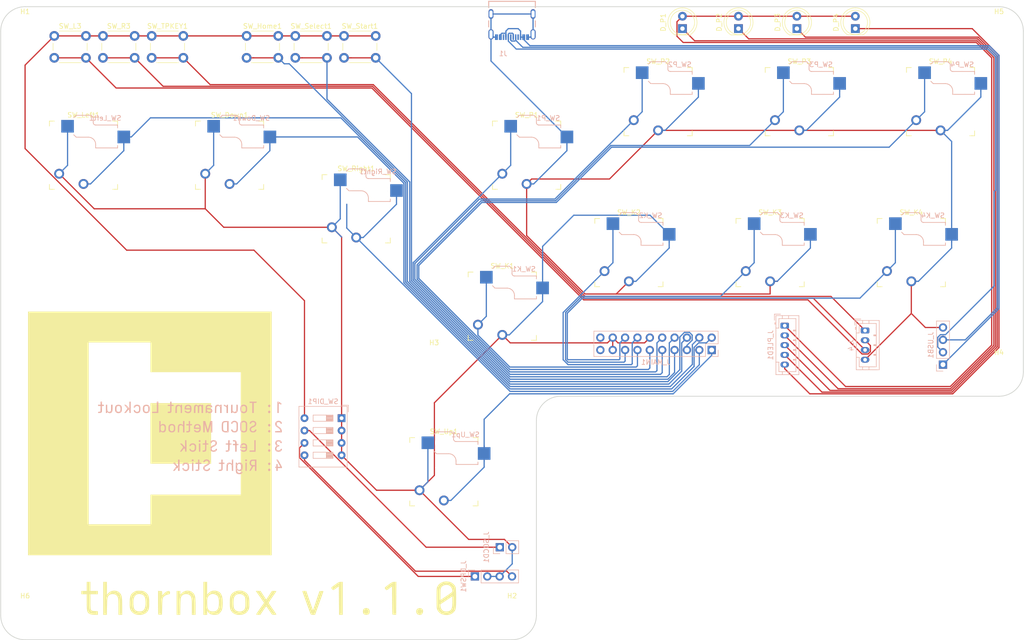
<source format=kicad_pcb>
(kicad_pcb (version 20171130) (host pcbnew 5.1.9+dfsg1-1)
  (layers (0 F.Cu signal) (31 B.Cu signal) (34 B.Paste user) (35 F.Paste user) (36 B.SilkS user) (37 F.SilkS user) (38 B.Mask user) (39 F.Mask user) (44 Edge.Cuts user))
  (net 0 "")
  (net 1 Earth)
  (net 2 "Net-(J_4-Pad2)")
  (net 3 "Net-(J_4-Pad3)")
  (net 4 "Net-(J_4-Pad1)")
  (net 5 "Net-(J1-PadB8)")
  (net 6 "Net-(J1-PadA4_B9)")
  (net 7 "Net-(J1-PadA7)")
  (net 8 "Net-(J1-PadA8)")
  (net 9 "Net-(J1-PadA6)")
  (net 10 "Net-(D_P1-Pad2)")
  (net 11 "Net-(D_P1-Pad1)")
  (net 12 "Net-(D_P2-Pad1)")
  (net 13 "Net-(D_P3-Pad1)")
  (net 14 "Net-(D_P4-Pad1)")
  (net 15 "Net-(J_DPSW1-Pad4)")
  (net 16 "Net-(J_DPSW1-Pad1)")
  (net 17 "Net-(J_MAIN1-Pad1)")
  (net 18 "Net-(J_MAIN1-Pad2)")
  (net 19 "Net-(J_MAIN1-Pad3)")
  (net 20 "Net-(J_MAIN1-Pad4)")
  (net 21 "Net-(J_MAIN1-Pad5)")
  (net 22 "Net-(J_MAIN1-Pad6)")
  (net 23 "Net-(J_MAIN1-Pad7)")
  (net 24 "Net-(J_MAIN1-Pad8)")
  (net 25 "Net-(J_MAIN1-Pad9)")
  (net 26 "Net-(J_MAIN1-Pad10)")
  (net 27 "Net-(J_MAIN1-Pad11)")
  (net 28 "Net-(J_MAIN1-Pad13)")
  (net 29 "Net-(J_MAIN1-Pad14)")
  (net 30 "Net-(J_MAIN1-Pad15)")
  (net 31 "Net-(J_MAIN1-Pad16)")
  (net 32 "Net-(J_MAIN1-Pad19)")
  (net 33 "Net-(J_MAIN1-Pad20)")
  (net 34 "Net-(J_SOCD1-Pad1)")
  (net 35 "Net-(SW_DIP1-Pad8)")
  (module phi:version (layer F.Cu) (at 103 148.5)
    (fp_text reference version1 hide)
    (fp_text value MountingHole hide)
  )
  (module phi:diplabel (layer B.Cu) (at 86.75 115.6 180)
    (fp_text reference DIPtext1 hide)
    (fp_text value MountingHole hide)
  )
  (module Button_Switch_THT:SW_DIP_SPSTx04_Slide_9.78x12.34mm_W7.62mm_P2.54mm (layer B.Cu) (at 118 111.5 180)
    (fp_text reference SW_DIP1 (at 3.81 3.42) (layer B.SilkS) (effects (justify mirror)))
    (fp_text value SW_DIP_x04)
    (pad 8 thru_hole oval (at 7.62 0 180) (size 1.6 1.6) (drill 0.8) (layers *.Cu *.Mask) (net 35 "Net-(SW_DIP1-Pad8)"))
    (pad 4 thru_hole oval (at 0 -7.62 180) (size 1.6 1.6) (drill 0.8) (layers *.Cu *.Mask) (net 1 Earth))
    (pad 7 thru_hole oval (at 7.62 -2.54 180) (size 1.6 1.6) (drill 0.8) (layers *.Cu *.Mask) (net 34 "Net-(J_SOCD1-Pad1)"))
    (pad 3 thru_hole oval (at 0 -5.08 180) (size 1.6 1.6) (drill 0.8) (layers *.Cu *.Mask) (net 1 Earth))
    (pad 6 thru_hole oval (at 7.62 -5.08 180) (size 1.6 1.6) (drill 0.8) (layers *.Cu *.Mask) (net 16 "Net-(J_DPSW1-Pad1)"))
    (pad 2 thru_hole oval (at 0 -2.54 180) (size 1.6 1.6) (drill 0.8) (layers *.Cu *.Mask) (net 1 Earth))
    (pad 5 thru_hole oval (at 7.62 -7.62 180) (size 1.6 1.6) (drill 0.8) (layers *.Cu *.Mask) (net 15 "Net-(J_DPSW1-Pad4)"))
    (pad 1 thru_hole rect (at 0 0 180) (size 1.6 1.6) (drill 0.8) (layers *.Cu *.Mask) (net 1 Earth))
  )
  (module Connector_PinSocket_2.54mm:PinSocket_1x02_P2.54mm_Vertical (layer B.Cu) (at 150.5 138 270)
    (fp_text reference J_SOCD1 (at 0 2.77 90) (layer B.SilkS) (effects (justify mirror)))
    (fp_text value Conn_01x02)
    (pad 2 thru_hole oval (at 0 -2.54 270) (size 1.7 1.7) (drill 1) (layers *.Cu *.Mask) (net 1 Earth))
    (pad 1 thru_hole rect (at 0 0 270) (size 1.7 1.7) (drill 1) (layers *.Cu *.Mask) (net 34 "Net-(J_SOCD1-Pad1)"))
  )
  (module Connector_JST:JST_PH_B5B-PH-K_1x05_P2.00mm_Vertical (layer B.Cu) (at 209 92.5 270)
    (fp_text reference J_PLED1 (at 4 2.9 90) (layer B.SilkS) (effects (justify mirror)))
    (fp_text value Conn_01x05)
    (pad 5 thru_hole oval (at 8 0 270) (size 1.2 1.75) (drill 0.75) (layers *.Cu *.Mask) (net 14 "Net-(D_P4-Pad1)"))
    (pad 4 thru_hole oval (at 6 0 270) (size 1.2 1.75) (drill 0.75) (layers *.Cu *.Mask) (net 13 "Net-(D_P3-Pad1)"))
    (pad 3 thru_hole oval (at 4 0 270) (size 1.2 1.75) (drill 0.75) (layers *.Cu *.Mask) (net 12 "Net-(D_P2-Pad1)"))
    (pad 2 thru_hole oval (at 2 0 270) (size 1.2 1.75) (drill 0.75) (layers *.Cu *.Mask) (net 11 "Net-(D_P1-Pad1)"))
    (pad 1 thru_hole roundrect (at 0 0 270) (size 1.2 1.75) (drill 0.75) (layers *.Cu *.Mask) (roundrect_rratio 0.2083325) (net 10 "Net-(D_P1-Pad2)"))
  )
  (module Connector_PinHeader_2.54mm:PinHeader_1x04_P2.54mm_Vertical (layer B.Cu) (at 145.38 144 270)
    (fp_text reference J_DPSW1 (at 0 2.33 90) (layer B.SilkS) (effects (justify mirror)))
    (fp_text value Conn_01x04)
    (pad 4 thru_hole oval (at 0 -7.62 270) (size 1.7 1.7) (drill 1) (layers *.Cu *.Mask) (net 15 "Net-(J_DPSW1-Pad4)"))
    (pad 3 thru_hole oval (at 0 -5.08 270) (size 1.7 1.7) (drill 1) (layers *.Cu *.Mask) (net 1 Earth))
    (pad 2 thru_hole oval (at 0 -2.54 270) (size 1.7 1.7) (drill 1) (layers *.Cu *.Mask) (net 1 Earth))
    (pad 1 thru_hole rect (at 0 0 270) (size 1.7 1.7) (drill 1) (layers *.Cu *.Mask) (net 16 "Net-(J_DPSW1-Pad1)"))
  )
  (module LED_THT:LED_D5.0mm (layer F.Cu) (at 223.5 31.5 90)
    (fp_text reference D_P4 (at 1.27 -3.96 90) (layer F.SilkS))
    (fp_text value LED)
    (pad 2 thru_hole circle (at 2.54 0 90) (size 1.8 1.8) (drill 0.9) (layers *.Cu *.Mask) (net 10 "Net-(D_P1-Pad2)"))
    (pad 1 thru_hole rect (at 0 0 90) (size 1.8 1.8) (drill 0.9) (layers *.Cu *.Mask) (net 14 "Net-(D_P4-Pad1)"))
  )
  (module LED_THT:LED_D5.0mm (layer F.Cu) (at 211.5 31.5 90)
    (fp_text reference D_P3 (at 1.27 -3.96 90) (layer F.SilkS))
    (fp_text value LED)
    (pad 2 thru_hole circle (at 2.54 0 90) (size 1.8 1.8) (drill 0.9) (layers *.Cu *.Mask) (net 10 "Net-(D_P1-Pad2)"))
    (pad 1 thru_hole rect (at 0 0 90) (size 1.8 1.8) (drill 0.9) (layers *.Cu *.Mask) (net 13 "Net-(D_P3-Pad1)"))
  )
  (module LED_THT:LED_D5.0mm (layer F.Cu) (at 199.5 31.5 90)
    (fp_text reference D_P2 (at 1.27 -3.96 90) (layer F.SilkS))
    (fp_text value LED)
    (pad 2 thru_hole circle (at 2.54 0 90) (size 1.8 1.8) (drill 0.9) (layers *.Cu *.Mask) (net 10 "Net-(D_P1-Pad2)"))
    (pad 1 thru_hole rect (at 0 0 90) (size 1.8 1.8) (drill 0.9) (layers *.Cu *.Mask) (net 12 "Net-(D_P2-Pad1)"))
  )
  (module LED_THT:LED_D5.0mm (layer F.Cu) (at 188 31.5 90)
    (fp_text reference D_P1 (at 1.27 -3.96 90) (layer F.SilkS))
    (fp_text value LED)
    (pad 2 thru_hole circle (at 2.54 0 90) (size 1.8 1.8) (drill 0.9) (layers *.Cu *.Mask) (net 10 "Net-(D_P1-Pad2)"))
    (pad 1 thru_hole rect (at 0 0 90) (size 1.8 1.8) (drill 0.9) (layers *.Cu *.Mask) (net 11 "Net-(D_P1-Pad1)"))
  )
  (module incoming:GCT_USB4105-GF-A (layer B.Cu) (at 153 28.5)
    (fp_text reference J1 (at -1.825 8.135) (layer B.SilkS) (effects (justify mirror)))
    (fp_text value USB4105-GF-A)
    (pad B8 smd rect (at -1.75 4.755) (size 0.3 1.15) (layers B.Cu B.Paste B.Mask) (net 5 "Net-(J1-PadB8)"))
    (pad A5 smd rect (at -1.25 4.755) (size 0.3 1.15) (layers B.Cu B.Paste B.Mask) (net 6 "Net-(J1-PadA4_B9)"))
    (pad B7 smd rect (at -0.75 4.755) (size 0.3 1.15) (layers B.Cu B.Paste B.Mask) (net 7 "Net-(J1-PadA7)"))
    (pad B5 smd rect (at 1.75 4.755) (size 0.3 1.15) (layers B.Cu B.Paste B.Mask) (net 6 "Net-(J1-PadA4_B9)"))
    (pad A8 smd rect (at 1.25 4.755) (size 0.3 1.15) (layers B.Cu B.Paste B.Mask) (net 8 "Net-(J1-PadA8)"))
    (pad B6 smd rect (at 0.75 4.755) (size 0.3 1.15) (layers B.Cu B.Paste B.Mask) (net 9 "Net-(J1-PadA6)"))
    (pad A6 smd rect (at -0.25 4.755) (size 0.3 1.15) (layers B.Cu B.Paste B.Mask) (net 9 "Net-(J1-PadA6)"))
    (pad A7 smd rect (at 0.25 4.755) (size 0.3 1.15) (layers B.Cu B.Paste B.Mask) (net 7 "Net-(J1-PadA7)"))
    (pad B4_A9 smd rect (at 2.4 4.755) (size 0.6 1.15) (layers B.Cu B.Paste B.Mask) (net 6 "Net-(J1-PadA4_B9)"))
    (pad A4_B9 smd rect (at -2.4 4.755) (size 0.6 1.15) (layers B.Cu B.Paste B.Mask) (net 6 "Net-(J1-PadA4_B9)"))
    (pad B1_A12 smd rect (at 3.2 4.755) (size 0.6 1.15) (layers B.Cu B.Paste B.Mask) (net 1 Earth))
    (pad A1_B12 smd rect (at -3.2 4.755) (size 0.6 1.15) (layers B.Cu B.Paste B.Mask) (net 1 Earth))
    (pad None np_thru_hole circle (at -2.89 3.68) (size 0.65 0.65) (drill 0.65) (layers *.Cu *.Mask))
    (pad None np_thru_hole circle (at 2.89 3.68) (size 0.65 0.65) (drill 0.65) (layers *.Cu *.Mask))
    (pad S4 thru_hole oval (at 4.32 4.18) (size 1.05 2.1) (drill oval 0.6 1.7) (layers *.Cu *.Mask) (net 1 Earth))
    (pad S1 thru_hole oval (at -4.32 4.18) (size 1.05 2.1) (drill oval 0.6 1.7) (layers *.Cu *.Mask) (net 1 Earth))
    (pad S3 thru_hole oval (at 4.32 0) (size 1 2) (drill oval 0.6 1.4) (layers *.Cu *.Mask) (net 1 Earth))
    (pad S2 thru_hole oval (at -4.32 0) (size 1 2) (drill oval 0.6 1.4) (layers *.Cu *.Mask) (net 1 Earth))
  )
  (module MountingHole:MountingHole_3mm (layer F.Cu) (at 153 152)
    (fp_text reference H2 (at 0 -4) (layer F.SilkS))
    (fp_text value MountingHole)
    (pad 1 np_thru_hole circle (at 0 0) (size 3 3) (drill 3) (layers *.Cu *.Mask))
  )
  (module MountingHole:MountingHole_3mm (layer F.Cu) (at 53 32)
    (fp_text reference H1 (at 0 -4) (layer F.SilkS))
    (fp_text value MountingHole)
    (pad 1 np_thru_hole circle (at 0 0) (size 3 3) (drill 3) (layers *.Cu *.Mask))
  )
  (module MountingHole:MountingHole_3mm (layer F.Cu) (at 53 152)
    (fp_text reference H6 (at 0 -4) (layer F.SilkS))
    (fp_text value MountingHole)
    (pad 1 np_thru_hole circle (at 0 0) (size 3 3) (drill 3) (layers *.Cu *.Mask))
  )
  (module MountingHole:MountingHole_3mm (layer F.Cu) (at 253 32)
    (fp_text reference H5 (at 0 -4) (layer F.SilkS))
    (fp_text value MountingHole)
    (pad 1 np_thru_hole circle (at 0 0) (size 3 3) (drill 3) (layers *.Cu *.Mask))
  )
  (module MountingHole:MountingHole_3mm (layer F.Cu) (at 253 102)
    (fp_text reference H4 (at 0 -4) (layer F.SilkS))
    (fp_text value MountingHole)
    (pad 1 np_thru_hole circle (at 0 0) (size 3 3) (drill 3) (layers *.Cu *.Mask))
  )
  (module MountingHole:MountingHole_3mm (layer F.Cu) (at 137 100)
    (fp_text reference H3 (at 0 -4) (layer F.SilkS))
    (fp_text value MountingHole)
    (pad 1 np_thru_hole circle (at 0 0) (size 3 3) (drill 3) (layers *.Cu *.Mask))
  )
  (module Button_Switch_THT:SW_PUSH_6mm (layer F.Cu) (at 59 33)
    (fp_text reference SW_L3 (at 3.25 -2) (layer F.SilkS))
    (fp_text value SW_Push)
    (pad 1 thru_hole circle (at 6.5 0 90) (size 2 2) (drill 1.1) (layers *.Cu *.Mask) (net 35 "Net-(SW_DIP1-Pad8)"))
    (pad 2 thru_hole circle (at 6.5 4.5 90) (size 2 2) (drill 1.1) (layers *.Cu *.Mask) (net 2 "Net-(J_4-Pad2)"))
    (pad 1 thru_hole circle (at 0 0 90) (size 2 2) (drill 1.1) (layers *.Cu *.Mask) (net 35 "Net-(SW_DIP1-Pad8)"))
    (pad 2 thru_hole circle (at 0 4.5 90) (size 2 2) (drill 1.1) (layers *.Cu *.Mask) (net 2 "Net-(J_4-Pad2)"))
  )
  (module Button_Switch_THT:SW_PUSH_6mm (layer F.Cu) (at 69 33)
    (fp_text reference SW_R3 (at 3.25 -2) (layer F.SilkS))
    (fp_text value SW_Push)
    (pad 1 thru_hole circle (at 6.5 0 90) (size 2 2) (drill 1.1) (layers *.Cu *.Mask) (net 35 "Net-(SW_DIP1-Pad8)"))
    (pad 2 thru_hole circle (at 6.5 4.5 90) (size 2 2) (drill 1.1) (layers *.Cu *.Mask) (net 3 "Net-(J_4-Pad3)"))
    (pad 1 thru_hole circle (at 0 0 90) (size 2 2) (drill 1.1) (layers *.Cu *.Mask) (net 35 "Net-(SW_DIP1-Pad8)"))
    (pad 2 thru_hole circle (at 0 4.5 90) (size 2 2) (drill 1.1) (layers *.Cu *.Mask) (net 3 "Net-(J_4-Pad3)"))
  )
  (module Button_Switch_THT:SW_PUSH_6mm (layer F.Cu) (at 108.5 33)
    (fp_text reference SW_Select1 (at 3.25 -2) (layer F.SilkS))
    (fp_text value SW_Push)
    (pad 1 thru_hole circle (at 6.5 0 90) (size 2 2) (drill 1.1) (layers *.Cu *.Mask) (net 35 "Net-(SW_DIP1-Pad8)"))
    (pad 2 thru_hole circle (at 6.5 4.5 90) (size 2 2) (drill 1.1) (layers *.Cu *.Mask) (net 21 "Net-(J_MAIN1-Pad5)"))
    (pad 1 thru_hole circle (at 0 0 90) (size 2 2) (drill 1.1) (layers *.Cu *.Mask) (net 35 "Net-(SW_DIP1-Pad8)"))
    (pad 2 thru_hole circle (at 0 4.5 90) (size 2 2) (drill 1.1) (layers *.Cu *.Mask) (net 21 "Net-(J_MAIN1-Pad5)"))
  )
  (module Button_Switch_THT:SW_PUSH_6mm (layer F.Cu) (at 118.5 33)
    (fp_text reference SW_Start1 (at 3.25 -2) (layer F.SilkS))
    (fp_text value SW_Push)
    (pad 1 thru_hole circle (at 6.5 0 90) (size 2 2) (drill 1.1) (layers *.Cu *.Mask) (net 35 "Net-(SW_DIP1-Pad8)"))
    (pad 2 thru_hole circle (at 6.5 4.5 90) (size 2 2) (drill 1.1) (layers *.Cu *.Mask) (net 23 "Net-(J_MAIN1-Pad7)"))
    (pad 1 thru_hole circle (at 0 0 90) (size 2 2) (drill 1.1) (layers *.Cu *.Mask) (net 35 "Net-(SW_DIP1-Pad8)"))
    (pad 2 thru_hole circle (at 0 4.5 90) (size 2 2) (drill 1.1) (layers *.Cu *.Mask) (net 23 "Net-(J_MAIN1-Pad7)"))
  )
  (module Button_Switch_THT:SW_PUSH_6mm (layer F.Cu) (at 79 33)
    (fp_text reference SW_TPKEY1 (at 3.25 -2) (layer F.SilkS))
    (fp_text value SW_Push)
    (pad 1 thru_hole circle (at 6.5 0 90) (size 2 2) (drill 1.1) (layers *.Cu *.Mask) (net 35 "Net-(SW_DIP1-Pad8)"))
    (pad 2 thru_hole circle (at 6.5 4.5 90) (size 2 2) (drill 1.1) (layers *.Cu *.Mask) (net 4 "Net-(J_4-Pad1)"))
    (pad 1 thru_hole circle (at 0 0 90) (size 2 2) (drill 1.1) (layers *.Cu *.Mask) (net 35 "Net-(SW_DIP1-Pad8)"))
    (pad 2 thru_hole circle (at 0 4.5 90) (size 2 2) (drill 1.1) (layers *.Cu *.Mask) (net 4 "Net-(J_4-Pad1)"))
  )
  (module Button_Switch_THT:SW_PUSH_6mm (layer F.Cu) (at 98.5 33)
    (fp_text reference SW_Home1 (at 3.25 -2) (layer F.SilkS))
    (fp_text value SW_Push)
    (pad 1 thru_hole circle (at 6.5 0 90) (size 2 2) (drill 1.1) (layers *.Cu *.Mask) (net 35 "Net-(SW_DIP1-Pad8)"))
    (pad 2 thru_hole circle (at 6.5 4.5 90) (size 2 2) (drill 1.1) (layers *.Cu *.Mask) (net 22 "Net-(J_MAIN1-Pad6)"))
    (pad 1 thru_hole circle (at 0 0 90) (size 2 2) (drill 1.1) (layers *.Cu *.Mask) (net 35 "Net-(SW_DIP1-Pad8)"))
    (pad 2 thru_hole circle (at 0 4.5 90) (size 2 2) (drill 1.1) (layers *.Cu *.Mask) (net 22 "Net-(J_MAIN1-Pad6)"))
  )
  (module Connector_PinHeader_2.54mm:PinHeader_2x10_P2.54mm_Vertical (layer B.Cu) (at 194 97.5 90)
    (fp_text reference J_MAIN1 (at -2.5 -11.5 180) (layer B.SilkS) (effects (justify mirror)))
    (fp_text value Conn_02x20_Odd_Even)
    (pad 20 thru_hole oval (at 2.54 -22.86 90) (size 1.7 1.7) (drill 1) (layers *.Cu *.Mask) (net 33 "Net-(J_MAIN1-Pad20)"))
    (pad 19 thru_hole oval (at 0 -22.86 90) (size 1.7 1.7) (drill 1) (layers *.Cu *.Mask) (net 32 "Net-(J_MAIN1-Pad19)"))
    (pad 18 thru_hole oval (at 2.54 -20.32 90) (size 1.7 1.7) (drill 1) (layers *.Cu *.Mask) (net 1 Earth))
    (pad 17 thru_hole oval (at 0 -20.32 90) (size 1.7 1.7) (drill 1) (layers *.Cu *.Mask) (net 1 Earth))
    (pad 16 thru_hole oval (at 2.54 -17.78 90) (size 1.7 1.7) (drill 1) (layers *.Cu *.Mask) (net 31 "Net-(J_MAIN1-Pad16)"))
    (pad 15 thru_hole oval (at 0 -17.78 90) (size 1.7 1.7) (drill 1) (layers *.Cu *.Mask) (net 30 "Net-(J_MAIN1-Pad15)"))
    (pad 14 thru_hole oval (at 2.54 -15.24 90) (size 1.7 1.7) (drill 1) (layers *.Cu *.Mask) (net 29 "Net-(J_MAIN1-Pad14)"))
    (pad 13 thru_hole oval (at 0 -15.24 90) (size 1.7 1.7) (drill 1) (layers *.Cu *.Mask) (net 28 "Net-(J_MAIN1-Pad13)"))
    (pad 12 thru_hole oval (at 2.54 -12.7 90) (size 1.7 1.7) (drill 1) (layers *.Cu *.Mask) (net 1 Earth))
    (pad 11 thru_hole oval (at 0 -12.7 90) (size 1.7 1.7) (drill 1) (layers *.Cu *.Mask) (net 27 "Net-(J_MAIN1-Pad11)"))
    (pad 10 thru_hole oval (at 2.54 -10.16 90) (size 1.7 1.7) (drill 1) (layers *.Cu *.Mask) (net 26 "Net-(J_MAIN1-Pad10)"))
    (pad 9 thru_hole oval (at 0 -10.16 90) (size 1.7 1.7) (drill 1) (layers *.Cu *.Mask) (net 25 "Net-(J_MAIN1-Pad9)"))
    (pad 8 thru_hole oval (at 2.54 -7.62 90) (size 1.7 1.7) (drill 1) (layers *.Cu *.Mask) (net 24 "Net-(J_MAIN1-Pad8)"))
    (pad 7 thru_hole oval (at 0 -7.62 90) (size 1.7 1.7) (drill 1) (layers *.Cu *.Mask) (net 23 "Net-(J_MAIN1-Pad7)"))
    (pad 6 thru_hole oval (at 2.54 -5.08 90) (size 1.7 1.7) (drill 1) (layers *.Cu *.Mask) (net 22 "Net-(J_MAIN1-Pad6)"))
    (pad 5 thru_hole oval (at 0 -5.08 90) (size 1.7 1.7) (drill 1) (layers *.Cu *.Mask) (net 21 "Net-(J_MAIN1-Pad5)"))
    (pad 4 thru_hole oval (at 2.54 -2.54 90) (size 1.7 1.7) (drill 1) (layers *.Cu *.Mask) (net 20 "Net-(J_MAIN1-Pad4)"))
    (pad 3 thru_hole oval (at 0 -2.54 90) (size 1.7 1.7) (drill 1) (layers *.Cu *.Mask) (net 19 "Net-(J_MAIN1-Pad3)"))
    (pad 2 thru_hole oval (at 2.54 0 90) (size 1.7 1.7) (drill 1) (layers *.Cu *.Mask) (net 18 "Net-(J_MAIN1-Pad2)"))
    (pad 1 thru_hole rect (at 0 0 90) (size 1.7 1.7) (drill 1) (layers *.Cu *.Mask) (net 17 "Net-(J_MAIN1-Pad1)"))
  )
  (module Connector_JST:JST_PH_B4B-PH-K_1x04_P2.00mm_Vertical (layer B.Cu) (at 225.5 93.5 270)
    (fp_text reference J_4 (at 3 2.9 90) (layer B.SilkS) (effects (justify mirror)))
    (fp_text value Conn_01x04_Male)
    (pad 4 thru_hole oval (at 6 0 270) (size 1.2 1.75) (drill 0.75) (layers *.Cu *.Mask) (net 1 Earth))
    (pad 3 thru_hole oval (at 4 0 270) (size 1.2 1.75) (drill 0.75) (layers *.Cu *.Mask) (net 3 "Net-(J_4-Pad3)"))
    (pad 2 thru_hole oval (at 2 0 270) (size 1.2 1.75) (drill 0.75) (layers *.Cu *.Mask) (net 2 "Net-(J_4-Pad2)"))
    (pad 1 thru_hole roundrect (at 0 0 270) (size 1.2 1.75) (drill 0.75) (layers *.Cu *.Mask) (roundrect_rratio 0.2083325) (net 4 "Net-(J_4-Pad1)"))
  )
  (module Connector_PinHeader_2.54mm:PinHeader_1x04_P2.54mm_Vertical (layer B.Cu) (at 241.5 100.5)
    (fp_text reference J_USB1 (at -2.5 -4 270) (layer B.SilkS) (effects (justify mirror)))
    (fp_text value Conn_01x04_Male)
    (pad 4 thru_hole oval (at 0 -7.62) (size 1.7 1.7) (drill 1) (layers *.Cu *.Mask) (net 1 Earth))
    (pad 3 thru_hole oval (at 0 -5.08) (size 1.7 1.7) (drill 1) (layers *.Cu *.Mask) (net 9 "Net-(J1-PadA6)"))
    (pad 2 thru_hole oval (at 0 -2.54) (size 1.7 1.7) (drill 1) (layers *.Cu *.Mask) (net 7 "Net-(J1-PadA7)"))
    (pad 1 thru_hole rect (at 0 0) (size 1.7 1.7) (drill 1) (layers *.Cu *.Mask) (net 6 "Net-(J1-PadA4_B9)"))
  )
  (module TheThorn:thethorn5 (layer F.Cu) (at 78.5 114.5)
    (fp_text reference Logo1 hide)
    (fp_text value MountingHole hide)
  )
  (module Cherry-Style:Kailh_socket_PG1350_optional (layer F.Cu) (at 65 57.5)
    (fp_text reference SW_Left1 (at 0 -8.255) (layer F.SilkS))
    (fp_text value SW_Push)
    (fp_text user %R (at 4.445 -7.62) (layer B.SilkS) (effects (justify mirror)))
    (pad 2 smd rect (at 8.275 -3.75) (size 2.6 2.6) (layers B.Cu B.Paste B.Mask) (net 20 "Net-(J_MAIN1-Pad4)"))
    (pad "" np_thru_hole circle (at 0 -5.95) (size 3 3) (drill 3) (layers *.Cu *.Mask))
    (pad 2 thru_hole circle (at 0 5.9) (size 2.032 2.032) (drill 1.27) (layers *.Cu *.Mask) (net 20 "Net-(J_MAIN1-Pad4)"))
    (pad 1 thru_hole circle (at -5 3.8) (size 2.032 2.032) (drill 1.27) (layers *.Cu *.Mask) (net 1 Earth))
    (pad "" np_thru_hole circle (at 0 0) (size 3.429 3.429) (drill 3.429) (layers *.Cu *.Mask))
    (pad "" np_thru_hole circle (at 5 -3.75) (size 3 3) (drill 3) (layers *.Cu *.Mask))
    (pad 1 smd rect (at -3.275 -5.95) (size 2.6 2.6) (layers B.Cu B.Paste B.Mask) (net 1 Earth))
    (pad "" np_thru_hole circle (at 5.5 0) (size 1.7018 1.7018) (drill 1.7018) (layers *.Cu *.Mask))
    (pad "" np_thru_hole circle (at -5.5 0) (size 1.7018 1.7018) (drill 1.7018) (layers *.Cu *.Mask))
  )
  (module Cherry-Style:Kailh_socket_PG1350_optional (layer F.Cu) (at 121 68.5)
    (fp_text reference SW_Right1 (at 0 -8.255) (layer F.SilkS))
    (fp_text value SW_Push)
    (fp_text user %R (at 4.445 -7.62) (layer B.SilkS) (effects (justify mirror)))
    (pad 2 smd rect (at 8.275 -3.75) (size 2.6 2.6) (layers B.Cu B.Paste B.Mask) (net 19 "Net-(J_MAIN1-Pad3)"))
    (pad "" np_thru_hole circle (at 0 -5.95) (size 3 3) (drill 3) (layers *.Cu *.Mask))
    (pad 2 thru_hole circle (at 0 5.9) (size 2.032 2.032) (drill 1.27) (layers *.Cu *.Mask) (net 19 "Net-(J_MAIN1-Pad3)"))
    (pad 1 thru_hole circle (at -5 3.8) (size 2.032 2.032) (drill 1.27) (layers *.Cu *.Mask) (net 1 Earth))
    (pad "" np_thru_hole circle (at 0 0) (size 3.429 3.429) (drill 3.429) (layers *.Cu *.Mask))
    (pad "" np_thru_hole circle (at 5 -3.75) (size 3 3) (drill 3) (layers *.Cu *.Mask))
    (pad 1 smd rect (at -3.275 -5.95) (size 2.6 2.6) (layers B.Cu B.Paste B.Mask) (net 1 Earth))
    (pad "" np_thru_hole circle (at 5.5 0) (size 1.7018 1.7018) (drill 1.7018) (layers *.Cu *.Mask))
    (pad "" np_thru_hole circle (at -5.5 0) (size 1.7018 1.7018) (drill 1.7018) (layers *.Cu *.Mask))
  )
  (module Cherry-Style:Kailh_socket_PG1350_optional (layer F.Cu) (at 241 46.5)
    (fp_text reference SW_P4 (at 0 -8.255) (layer F.SilkS))
    (fp_text value SW_Push)
    (fp_text user %R (at 4.445 -7.62) (layer B.SilkS) (effects (justify mirror)))
    (pad 2 smd rect (at 8.275 -3.75) (size 2.6 2.6) (layers B.Cu B.Paste B.Mask) (net 1 Earth))
    (pad "" np_thru_hole circle (at 0 -5.95) (size 3 3) (drill 3) (layers *.Cu *.Mask))
    (pad 2 thru_hole circle (at 0 5.9) (size 2.032 2.032) (drill 1.27) (layers *.Cu *.Mask) (net 1 Earth))
    (pad 1 thru_hole circle (at -5 3.8) (size 2.032 2.032) (drill 1.27) (layers *.Cu *.Mask) (net 27 "Net-(J_MAIN1-Pad11)"))
    (pad "" np_thru_hole circle (at 0 0) (size 3.429 3.429) (drill 3.429) (layers *.Cu *.Mask))
    (pad "" np_thru_hole circle (at 5 -3.75) (size 3 3) (drill 3) (layers *.Cu *.Mask))
    (pad 1 smd rect (at -3.275 -5.95) (size 2.6 2.6) (layers B.Cu B.Paste B.Mask) (net 27 "Net-(J_MAIN1-Pad11)"))
    (pad "" np_thru_hole circle (at 5.5 0) (size 1.7018 1.7018) (drill 1.7018) (layers *.Cu *.Mask))
    (pad "" np_thru_hole circle (at -5.5 0) (size 1.7018 1.7018) (drill 1.7018) (layers *.Cu *.Mask))
  )
  (module Cherry-Style:Kailh_socket_PG1350_optional (layer F.Cu) (at 212 46.5)
    (fp_text reference SW_P3 (at 0 -8.255) (layer F.SilkS))
    (fp_text value SW_Push)
    (fp_text user %R (at 4.445 -7.62) (layer B.SilkS) (effects (justify mirror)))
    (pad 2 smd rect (at 8.275 -3.75) (size 2.6 2.6) (layers B.Cu B.Paste B.Mask) (net 1 Earth))
    (pad "" np_thru_hole circle (at 0 -5.95) (size 3 3) (drill 3) (layers *.Cu *.Mask))
    (pad 2 thru_hole circle (at 0 5.9) (size 2.032 2.032) (drill 1.27) (layers *.Cu *.Mask) (net 1 Earth))
    (pad 1 thru_hole circle (at -5 3.8) (size 2.032 2.032) (drill 1.27) (layers *.Cu *.Mask) (net 26 "Net-(J_MAIN1-Pad10)"))
    (pad "" np_thru_hole circle (at 0 0) (size 3.429 3.429) (drill 3.429) (layers *.Cu *.Mask))
    (pad "" np_thru_hole circle (at 5 -3.75) (size 3 3) (drill 3) (layers *.Cu *.Mask))
    (pad 1 smd rect (at -3.275 -5.95) (size 2.6 2.6) (layers B.Cu B.Paste B.Mask) (net 26 "Net-(J_MAIN1-Pad10)"))
    (pad "" np_thru_hole circle (at 5.5 0) (size 1.7018 1.7018) (drill 1.7018) (layers *.Cu *.Mask))
    (pad "" np_thru_hole circle (at -5.5 0) (size 1.7018 1.7018) (drill 1.7018) (layers *.Cu *.Mask))
  )
  (module Cherry-Style:Kailh_socket_PG1350_optional (layer F.Cu) (at 183 46.5)
    (fp_text reference SW_P2 (at 0 -8.255) (layer F.SilkS))
    (fp_text value SW_Push)
    (fp_text user %R (at 4.445 -7.62) (layer B.SilkS) (effects (justify mirror)))
    (pad 2 smd rect (at 8.275 -3.75) (size 2.6 2.6) (layers B.Cu B.Paste B.Mask) (net 1 Earth))
    (pad "" np_thru_hole circle (at 0 -5.95) (size 3 3) (drill 3) (layers *.Cu *.Mask))
    (pad 2 thru_hole circle (at 0 5.9) (size 2.032 2.032) (drill 1.27) (layers *.Cu *.Mask) (net 1 Earth))
    (pad 1 thru_hole circle (at -5 3.8) (size 2.032 2.032) (drill 1.27) (layers *.Cu *.Mask) (net 25 "Net-(J_MAIN1-Pad9)"))
    (pad "" np_thru_hole circle (at 0 0) (size 3.429 3.429) (drill 3.429) (layers *.Cu *.Mask))
    (pad "" np_thru_hole circle (at 5 -3.75) (size 3 3) (drill 3) (layers *.Cu *.Mask))
    (pad 1 smd rect (at -3.275 -5.95) (size 2.6 2.6) (layers B.Cu B.Paste B.Mask) (net 25 "Net-(J_MAIN1-Pad9)"))
    (pad "" np_thru_hole circle (at 5.5 0) (size 1.7018 1.7018) (drill 1.7018) (layers *.Cu *.Mask))
    (pad "" np_thru_hole circle (at -5.5 0) (size 1.7018 1.7018) (drill 1.7018) (layers *.Cu *.Mask))
  )
  (module Cherry-Style:Kailh_socket_PG1350_optional (layer F.Cu) (at 156 57.5)
    (fp_text reference SW_P1 (at 0 -8.255) (layer F.SilkS))
    (fp_text value SW_Push)
    (fp_text user %R (at 4.445 -7.62) (layer B.SilkS) (effects (justify mirror)))
    (pad 2 smd rect (at 8.275 -3.75) (size 2.6 2.6) (layers B.Cu B.Paste B.Mask) (net 1 Earth))
    (pad "" np_thru_hole circle (at 0 -5.95) (size 3 3) (drill 3) (layers *.Cu *.Mask))
    (pad 2 thru_hole circle (at 0 5.9) (size 2.032 2.032) (drill 1.27) (layers *.Cu *.Mask) (net 1 Earth))
    (pad 1 thru_hole circle (at -5 3.8) (size 2.032 2.032) (drill 1.27) (layers *.Cu *.Mask) (net 24 "Net-(J_MAIN1-Pad8)"))
    (pad "" np_thru_hole circle (at 0 0) (size 3.429 3.429) (drill 3.429) (layers *.Cu *.Mask))
    (pad "" np_thru_hole circle (at 5 -3.75) (size 3 3) (drill 3) (layers *.Cu *.Mask))
    (pad 1 smd rect (at -3.275 -5.95) (size 2.6 2.6) (layers B.Cu B.Paste B.Mask) (net 24 "Net-(J_MAIN1-Pad8)"))
    (pad "" np_thru_hole circle (at 5.5 0) (size 1.7018 1.7018) (drill 1.7018) (layers *.Cu *.Mask))
    (pad "" np_thru_hole circle (at -5.5 0) (size 1.7018 1.7018) (drill 1.7018) (layers *.Cu *.Mask))
  )
  (module Cherry-Style:Kailh_socket_PG1350_optional (layer F.Cu) (at 235 77.5)
    (fp_text reference SW_K4 (at 0 -8.255) (layer F.SilkS))
    (fp_text value SW_Push)
    (fp_text user %R (at 4.445 -7.62) (layer B.SilkS) (effects (justify mirror)))
    (pad 2 smd rect (at 8.275 -3.75) (size 2.6 2.6) (layers B.Cu B.Paste B.Mask) (net 1 Earth))
    (pad "" np_thru_hole circle (at 0 -5.95) (size 3 3) (drill 3) (layers *.Cu *.Mask))
    (pad 2 thru_hole circle (at 0 5.9) (size 2.032 2.032) (drill 1.27) (layers *.Cu *.Mask) (net 1 Earth))
    (pad 1 thru_hole circle (at -5 3.8) (size 2.032 2.032) (drill 1.27) (layers *.Cu *.Mask) (net 31 "Net-(J_MAIN1-Pad16)"))
    (pad "" np_thru_hole circle (at 0 0) (size 3.429 3.429) (drill 3.429) (layers *.Cu *.Mask))
    (pad "" np_thru_hole circle (at 5 -3.75) (size 3 3) (drill 3) (layers *.Cu *.Mask))
    (pad 1 smd rect (at -3.275 -5.95) (size 2.6 2.6) (layers B.Cu B.Paste B.Mask) (net 31 "Net-(J_MAIN1-Pad16)"))
    (pad "" np_thru_hole circle (at 5.5 0) (size 1.7018 1.7018) (drill 1.7018) (layers *.Cu *.Mask))
    (pad "" np_thru_hole circle (at -5.5 0) (size 1.7018 1.7018) (drill 1.7018) (layers *.Cu *.Mask))
  )
  (module Cherry-Style:Kailh_socket_PG1350_optional (layer F.Cu) (at 206 77.5)
    (fp_text reference SW_K3 (at 0 -8.255) (layer F.SilkS))
    (fp_text value SW_Push)
    (fp_text user %R (at 4.445 -7.62) (layer B.SilkS) (effects (justify mirror)))
    (pad 2 smd rect (at 8.275 -3.75) (size 2.6 2.6) (layers B.Cu B.Paste B.Mask) (net 1 Earth))
    (pad "" np_thru_hole circle (at 0 -5.95) (size 3 3) (drill 3) (layers *.Cu *.Mask))
    (pad 2 thru_hole circle (at 0 5.9) (size 2.032 2.032) (drill 1.27) (layers *.Cu *.Mask) (net 1 Earth))
    (pad 1 thru_hole circle (at -5 3.8) (size 2.032 2.032) (drill 1.27) (layers *.Cu *.Mask) (net 30 "Net-(J_MAIN1-Pad15)"))
    (pad "" np_thru_hole circle (at 0 0) (size 3.429 3.429) (drill 3.429) (layers *.Cu *.Mask))
    (pad "" np_thru_hole circle (at 5 -3.75) (size 3 3) (drill 3) (layers *.Cu *.Mask))
    (pad 1 smd rect (at -3.275 -5.95) (size 2.6 2.6) (layers B.Cu B.Paste B.Mask) (net 30 "Net-(J_MAIN1-Pad15)"))
    (pad "" np_thru_hole circle (at 5.5 0) (size 1.7018 1.7018) (drill 1.7018) (layers *.Cu *.Mask))
    (pad "" np_thru_hole circle (at -5.5 0) (size 1.7018 1.7018) (drill 1.7018) (layers *.Cu *.Mask))
  )
  (module Cherry-Style:Kailh_socket_PG1350_optional (layer F.Cu) (at 177 77.5)
    (fp_text reference SW_K2 (at 0 -8.255) (layer F.SilkS))
    (fp_text value SW_Push)
    (fp_text user %R (at 4.445 -7.62) (layer B.SilkS) (effects (justify mirror)))
    (pad 2 smd rect (at 8.275 -3.75) (size 2.6 2.6) (layers B.Cu B.Paste B.Mask) (net 1 Earth))
    (pad "" np_thru_hole circle (at 0 -5.95) (size 3 3) (drill 3) (layers *.Cu *.Mask))
    (pad 2 thru_hole circle (at 0 5.9) (size 2.032 2.032) (drill 1.27) (layers *.Cu *.Mask) (net 1 Earth))
    (pad 1 thru_hole circle (at -5 3.8) (size 2.032 2.032) (drill 1.27) (layers *.Cu *.Mask) (net 29 "Net-(J_MAIN1-Pad14)"))
    (pad "" np_thru_hole circle (at 0 0) (size 3.429 3.429) (drill 3.429) (layers *.Cu *.Mask))
    (pad "" np_thru_hole circle (at 5 -3.75) (size 3 3) (drill 3) (layers *.Cu *.Mask))
    (pad 1 smd rect (at -3.275 -5.95) (size 2.6 2.6) (layers B.Cu B.Paste B.Mask) (net 29 "Net-(J_MAIN1-Pad14)"))
    (pad "" np_thru_hole circle (at 5.5 0) (size 1.7018 1.7018) (drill 1.7018) (layers *.Cu *.Mask))
    (pad "" np_thru_hole circle (at -5.5 0) (size 1.7018 1.7018) (drill 1.7018) (layers *.Cu *.Mask))
  )
  (module Cherry-Style:Kailh_socket_PG1350_optional (layer F.Cu) (at 151 88.5)
    (fp_text reference SW_K1 (at 0 -8.255) (layer F.SilkS))
    (fp_text value SW_Push)
    (fp_text user %R (at 4.445 -7.62) (layer B.SilkS) (effects (justify mirror)))
    (pad 2 smd rect (at 8.275 -3.75) (size 2.6 2.6) (layers B.Cu B.Paste B.Mask) (net 1 Earth))
    (pad "" np_thru_hole circle (at 0 -5.95) (size 3 3) (drill 3) (layers *.Cu *.Mask))
    (pad 2 thru_hole circle (at 0 5.9) (size 2.032 2.032) (drill 1.27) (layers *.Cu *.Mask) (net 1 Earth))
    (pad 1 thru_hole circle (at -5 3.8) (size 2.032 2.032) (drill 1.27) (layers *.Cu *.Mask) (net 28 "Net-(J_MAIN1-Pad13)"))
    (pad "" np_thru_hole circle (at 0 0) (size 3.429 3.429) (drill 3.429) (layers *.Cu *.Mask))
    (pad "" np_thru_hole circle (at 5 -3.75) (size 3 3) (drill 3) (layers *.Cu *.Mask))
    (pad 1 smd rect (at -3.275 -5.95) (size 2.6 2.6) (layers B.Cu B.Paste B.Mask) (net 28 "Net-(J_MAIN1-Pad13)"))
    (pad "" np_thru_hole circle (at 5.5 0) (size 1.7018 1.7018) (drill 1.7018) (layers *.Cu *.Mask))
    (pad "" np_thru_hole circle (at -5.5 0) (size 1.7018 1.7018) (drill 1.7018) (layers *.Cu *.Mask))
  )
  (module Cherry-Style:Kailh_socket_PG1350_optional (layer F.Cu) (at 95 57.5)
    (fp_text reference SW_Down1 (at 0 -8.255) (layer F.SilkS))
    (fp_text value SW_Push)
    (fp_text user %R (at 4.445 -7.62) (layer B.SilkS) (effects (justify mirror)))
    (pad 2 smd rect (at 8.275 -3.75) (size 2.6 2.6) (layers B.Cu B.Paste B.Mask) (net 18 "Net-(J_MAIN1-Pad2)"))
    (pad "" np_thru_hole circle (at 0 -5.95) (size 3 3) (drill 3) (layers *.Cu *.Mask))
    (pad 2 thru_hole circle (at 0 5.9) (size 2.032 2.032) (drill 1.27) (layers *.Cu *.Mask) (net 18 "Net-(J_MAIN1-Pad2)"))
    (pad 1 thru_hole circle (at -5 3.8) (size 2.032 2.032) (drill 1.27) (layers *.Cu *.Mask) (net 1 Earth))
    (pad "" np_thru_hole circle (at 0 0) (size 3.429 3.429) (drill 3.429) (layers *.Cu *.Mask))
    (pad "" np_thru_hole circle (at 5 -3.75) (size 3 3) (drill 3) (layers *.Cu *.Mask))
    (pad 1 smd rect (at -3.275 -5.95) (size 2.6 2.6) (layers B.Cu B.Paste B.Mask) (net 1 Earth))
    (pad "" np_thru_hole circle (at 5.5 0) (size 1.7018 1.7018) (drill 1.7018) (layers *.Cu *.Mask))
    (pad "" np_thru_hole circle (at -5.5 0) (size 1.7018 1.7018) (drill 1.7018) (layers *.Cu *.Mask))
  )
  (module Cherry-Style:Kailh_socket_PG1350_optional (layer F.Cu) (at 139 122.5)
    (fp_text reference SW_Up1 (at 0 -8.255) (layer F.SilkS))
    (fp_text value SW_Push)
    (fp_text user %R (at 4.445 -7.62) (layer B.SilkS) (effects (justify mirror)))
    (pad 2 smd rect (at 8.275 -3.75) (size 2.6 2.6) (layers B.Cu B.Paste B.Mask) (net 17 "Net-(J_MAIN1-Pad1)"))
    (pad "" np_thru_hole circle (at 0 -5.95) (size 3 3) (drill 3) (layers *.Cu *.Mask))
    (pad 2 thru_hole circle (at 0 5.9) (size 2.032 2.032) (drill 1.27) (layers *.Cu *.Mask) (net 17 "Net-(J_MAIN1-Pad1)"))
    (pad 1 thru_hole circle (at -5 3.8) (size 2.032 2.032) (drill 1.27) (layers *.Cu *.Mask) (net 1 Earth))
    (pad "" np_thru_hole circle (at 0 0) (size 3.429 3.429) (drill 3.429) (layers *.Cu *.Mask))
    (pad "" np_thru_hole circle (at 5 -3.75) (size 3 3) (drill 3) (layers *.Cu *.Mask))
    (pad 1 smd rect (at -3.275 -5.95) (size 2.6 2.6) (layers B.Cu B.Paste B.Mask) (net 1 Earth))
    (pad "" np_thru_hole circle (at 5.5 0) (size 1.7018 1.7018) (drill 1.7018) (layers *.Cu *.Mask))
    (pad "" np_thru_hole circle (at -5.5 0) (size 1.7018 1.7018) (drill 1.7018) (layers *.Cu *.Mask))
  )
  (gr_arc (start 253 32) (end 258 32) (angle -90) (layer Edge.Cuts) (width 0.15))
  (gr_arc (start 253 102) (end 253 107) (angle -90) (layer Edge.Cuts) (width 0.15))
  (gr_arc (start 163 112) (end 163 107) (angle -90) (layer Edge.Cuts) (width 0.15))
  (gr_arc (start 53 32) (end 53 27) (angle -90) (layer Edge.Cuts) (width 0.15))
  (gr_arc (start 53 152) (end 48 152) (angle -90) (layer Edge.Cuts) (width 0.15))
  (gr_arc (start 153 152) (end 153 157) (angle -90) (layer Edge.Cuts) (width 0.15))
  (gr_line (start 163 107) (end 253 107) (layer Edge.Cuts) (width 0.15))
  (gr_line (start 158 152) (end 158 112) (layer Edge.Cuts) (width 0.15))
  (gr_line (start 48 32) (end 48 152) (layer Edge.Cuts) (width 0.15))
  (gr_line (start 53 157) (end 153 157) (layer Edge.Cuts) (width 0.15))
  (gr_line (start 258 32) (end 258 102) (layer Edge.Cuts) (width 0.15))
  (gr_line (start 53 27) (end 253 27) (layer Edge.Cuts) (width 0.15))
  (segment (start 147.275 120.3) (end 147.275 118.75) (width 0.25) (layer B.Cu) (net 17))
  (segment (start 147.275 121.56184) (end 147.275 120.3) (width 0.25) (layer B.Cu) (net 17))
  (segment (start 140.43684 128.4) (end 147.275 121.56184) (width 0.25) (layer B.Cu) (net 17))
  (segment (start 139 128.4) (end 140.43684 128.4) (width 0.25) (layer B.Cu) (net 17))
  (segment (start 147.275 117.2) (end 147.275 118.75) (width 0.25) (layer B.Cu) (net 17))
  (segment (start 61.725 59.575) (end 61.725 51.55) (width 0.25) (layer B.Cu) (net 1))
  (segment (start 60 61.3) (end 61.725 59.575) (width 0.25) (layer B.Cu) (net 1))
  (segment (start 91.725 59.575) (end 91.725 51.55) (width 0.25) (layer B.Cu) (net 1))
  (segment (start 90 61.3) (end 91.725 59.575) (width 0.25) (layer B.Cu) (net 1))
  (segment (start 135.725 124.575) (end 135.725 116.55) (width 0.25) (layer B.Cu) (net 1))
  (segment (start 134 126.3) (end 135.725 124.575) (width 0.25) (layer B.Cu) (net 1))
  (segment (start 159.275 86.3) (end 159.275 84.75) (width 0.25) (layer B.Cu) (net 1))
  (segment (start 159.275 87.56184) (end 159.275 86.3) (width 0.25) (layer B.Cu) (net 1))
  (segment (start 152.43684 94.4) (end 159.275 87.56184) (width 0.25) (layer B.Cu) (net 1))
  (segment (start 151 94.4) (end 152.43684 94.4) (width 0.25) (layer B.Cu) (net 1))
  (segment (start 191.275 45.56184) (end 191.275 44.3) (width 0.25) (layer B.Cu) (net 1))
  (segment (start 184.43684 52.4) (end 191.275 45.56184) (width 0.25) (layer B.Cu) (net 1))
  (segment (start 183 52.4) (end 184.43684 52.4) (width 0.25) (layer B.Cu) (net 1))
  (segment (start 220.275 44.3) (end 220.275 42.75) (width 0.25) (layer B.Cu) (net 1))
  (segment (start 213.43684 52.4) (end 220.275 45.56184) (width 0.25) (layer B.Cu) (net 1))
  (segment (start 220.275 45.56184) (end 220.275 44.3) (width 0.25) (layer B.Cu) (net 1))
  (segment (start 249.275 45.56184) (end 249.275 44.3) (width 0.25) (layer B.Cu) (net 1))
  (segment (start 249.275 44.3) (end 249.275 42.75) (width 0.25) (layer B.Cu) (net 1))
  (segment (start 242.43684 52.4) (end 249.275 45.56184) (width 0.25) (layer B.Cu) (net 1))
  (segment (start 241 52.4) (end 242.43684 52.4) (width 0.25) (layer B.Cu) (net 1))
  (segment (start 243.275 75.3) (end 243.275 73.75) (width 0.25) (layer B.Cu) (net 1))
  (segment (start 236.43684 83.4) (end 243.275 76.56184) (width 0.25) (layer B.Cu) (net 1))
  (segment (start 243.275 76.56184) (end 243.275 75.3) (width 0.25) (layer B.Cu) (net 1))
  (segment (start 235 83.4) (end 236.43684 83.4) (width 0.25) (layer B.Cu) (net 1))
  (segment (start 214.275 75.3) (end 214.275 73.75) (width 0.25) (layer B.Cu) (net 1))
  (segment (start 214.275 76.56184) (end 214.275 75.3) (width 0.25) (layer B.Cu) (net 1))
  (segment (start 207.43684 83.4) (end 214.275 76.56184) (width 0.25) (layer B.Cu) (net 1))
  (segment (start 206 83.4) (end 207.43684 83.4) (width 0.25) (layer B.Cu) (net 1))
  (segment (start 185.275 75.3) (end 185.275 73.75) (width 0.25) (layer B.Cu) (net 1))
  (segment (start 185.275 76.56184) (end 185.275 75.3) (width 0.25) (layer B.Cu) (net 1))
  (segment (start 178.43684 83.4) (end 185.275 76.56184) (width 0.25) (layer B.Cu) (net 1))
  (segment (start 177 83.4) (end 178.43684 83.4) (width 0.25) (layer B.Cu) (net 1))
  (segment (start 59 33) (end 85.5 33) (width 0.25) (layer F.Cu) (net 35))
  (segment (start 85.5 33) (end 125 33) (width 0.25) (layer F.Cu) (net 35))
  (segment (start 243.275 54.675) (end 241 52.4) (width 0.25) (layer B.Cu) (net 1))
  (segment (start 243.275 73.75) (end 243.275 54.675) (width 0.25) (layer B.Cu) (net 1))
  (segment (start 212 52.4) (end 213.43684 52.4) (width 0.25) (layer B.Cu) (net 1))
  (segment (start 157.43684 63.4) (end 164.275 56.56184) (width 0.25) (layer B.Cu) (net 1))
  (segment (start 164.275 55.3) (end 164.275 53.75) (width 0.25) (layer B.Cu) (net 1))
  (segment (start 164.275 56.56184) (end 164.275 55.3) (width 0.25) (layer B.Cu) (net 1))
  (segment (start 156 63.4) (end 157.43684 63.4) (width 0.25) (layer B.Cu) (net 1))
  (segment (start 191.275 42.75) (end 191.275 44.3) (width 0.25) (layer B.Cu) (net 1))
  (segment (start 117.725 70.575) (end 117.725 62.55) (width 0.25) (layer B.Cu) (net 1))
  (segment (start 116 72.3) (end 117.725 70.575) (width 0.25) (layer B.Cu) (net 1))
  (segment (start 173.68 97.5) (end 173.68 94.96) (width 0.25) (layer F.Cu) (net 1))
  (segment (start 180.224999 96.035001) (end 180.450001 95.809999) (width 0.25) (layer F.Cu) (net 1))
  (segment (start 180.450001 95.809999) (end 181.3 94.96) (width 0.25) (layer F.Cu) (net 1))
  (segment (start 174.755001 96.035001) (end 180.224999 96.035001) (width 0.25) (layer F.Cu) (net 1))
  (segment (start 173.68 94.96) (end 174.755001 96.035001) (width 0.25) (layer F.Cu) (net 1))
  (segment (start 183 52.4) (end 212 52.4) (width 0.25) (layer F.Cu) (net 1))
  (segment (start 212 52.4) (end 241 52.4) (width 0.25) (layer F.Cu) (net 1))
  (segment (start 152.015999 95.415999) (end 151 94.4) (width 0.25) (layer F.Cu) (net 1))
  (segment (start 152.635001 96.035001) (end 152.015999 95.415999) (width 0.25) (layer F.Cu) (net 1))
  (segment (start 172.604999 96.035001) (end 152.635001 96.035001) (width 0.25) (layer F.Cu) (net 1))
  (segment (start 173.68 94.96) (end 172.604999 96.035001) (width 0.25) (layer F.Cu) (net 1))
  (segment (start 93.8 72.3) (end 116 72.3) (width 0.25) (layer F.Cu) (net 1))
  (segment (start 90 68.5) (end 93.8 72.3) (width 0.25) (layer F.Cu) (net 1))
  (segment (start 90 61.3) (end 90 68.5) (width 0.25) (layer F.Cu) (net 1))
  (segment (start 67.2 68.5) (end 60 61.3) (width 0.25) (layer F.Cu) (net 1))
  (segment (start 90 68.5) (end 67.2 68.5) (width 0.25) (layer F.Cu) (net 1))
  (segment (start 156 63.4) (end 156 74) (width 0.25) (layer F.Cu) (net 1))
  (segment (start 156 74) (end 168 86) (width 0.25) (layer F.Cu) (net 1))
  (segment (start 174.4 86) (end 177 83.4) (width 0.25) (layer F.Cu) (net 1))
  (segment (start 168 86) (end 174.4 86) (width 0.25) (layer F.Cu) (net 1))
  (segment (start 173.015999 62.384001) (end 181.984001 53.415999) (width 0.25) (layer F.Cu) (net 1))
  (segment (start 181.984001 53.415999) (end 183 52.4) (width 0.25) (layer F.Cu) (net 1))
  (segment (start 157.015999 62.384001) (end 173.015999 62.384001) (width 0.25) (layer F.Cu) (net 1))
  (segment (start 156 63.4) (end 157.015999 62.384001) (width 0.25) (layer F.Cu) (net 1))
  (segment (start 235.38 83.78) (end 235 83.4) (width 0.25) (layer F.Cu) (net 1))
  (segment (start 207.43684 83.4) (end 206 83.4) (width 0.25) (layer F.Cu) (net 1))
  (segment (start 207.525 83.4) (end 207.43684 83.4) (width 0.25) (layer F.Cu) (net 1))
  (segment (start 174.4 86) (end 206 86) (width 0.25) (layer F.Cu) (net 1))
  (segment (start 206 86) (end 206 83.4) (width 0.25) (layer F.Cu) (net 1))
  (segment (start 149.255 33.255) (end 148.68 32.68) (width 0.25) (layer B.Cu) (net 1))
  (segment (start 149.8 33.255) (end 149.255 33.255) (width 0.25) (layer B.Cu) (net 1))
  (segment (start 148.68 32.68) (end 148.68 28.5) (width 0.25) (layer B.Cu) (net 1))
  (segment (start 148.68 28.5) (end 157.32 28.5) (width 0.25) (layer B.Cu) (net 1))
  (segment (start 157.32 28.5) (end 157.32 32.68) (width 0.25) (layer B.Cu) (net 1))
  (segment (start 156.745 33.255) (end 157.32 32.68) (width 0.25) (layer B.Cu) (net 1))
  (segment (start 156.2 33.255) (end 156.745 33.255) (width 0.25) (layer B.Cu) (net 1))
  (segment (start 148.68 38.155) (end 164.275 53.75) (width 0.25) (layer B.Cu) (net 1))
  (segment (start 148.68 32.68) (end 148.68 38.155) (width 0.25) (layer B.Cu) (net 1))
  (segment (start 137.060499 123.239501) (end 134 126.3) (width 0.25) (layer F.Cu) (net 1))
  (segment (start 137.060499 108.339501) (end 137.060499 123.239501) (width 0.25) (layer F.Cu) (net 1))
  (segment (start 151 94.4) (end 137.060499 108.339501) (width 0.25) (layer F.Cu) (net 1))
  (segment (start 118 74.3) (end 116 72.3) (width 0.25) (layer B.Cu) (net 1))
  (segment (start 118 119.12) (end 118 111.5) (width 0.25) (layer F.Cu) (net 1))
  (segment (start 118 74.3) (end 116 72.3) (width 0.25) (layer F.Cu) (net 1))
  (segment (start 118 111.5) (end 118 74.3) (width 0.25) (layer F.Cu) (net 1))
  (segment (start 125.18 126.3) (end 118 119.12) (width 0.25) (layer F.Cu) (net 1))
  (segment (start 134 126.3) (end 125.18 126.3) (width 0.25) (layer F.Cu) (net 1))
  (segment (start 235 90) (end 225.5 99.5) (width 0.25) (layer F.Cu) (net 1))
  (segment (start 235 83.4) (end 235 90) (width 0.25) (layer F.Cu) (net 1))
  (segment (start 237.88 92.88) (end 235 90) (width 0.25) (layer F.Cu) (net 1))
  (segment (start 241.5 92.88) (end 237.88 92.88) (width 0.25) (layer F.Cu) (net 1))
  (segment (start 181.349999 69.824999) (end 185.275 73.75) (width 0.25) (layer B.Cu) (net 1))
  (segment (start 165.675001 69.824999) (end 181.349999 69.824999) (width 0.25) (layer B.Cu) (net 1))
  (segment (start 159.275 76.225) (end 165.675001 69.824999) (width 0.25) (layer B.Cu) (net 1))
  (segment (start 159.275 84.75) (end 159.275 76.225) (width 0.25) (layer B.Cu) (net 1))
  (segment (start 151.44 136.4) (end 153.04 138) (width 0.25) (layer F.Cu) (net 1))
  (segment (start 144.1 136.4) (end 151.44 136.4) (width 0.25) (layer F.Cu) (net 1))
  (segment (start 134 126.3) (end 144.1 136.4) (width 0.25) (layer F.Cu) (net 1))
  (segment (start 147.92 144) (end 150.46 144) (width 0.25) (layer B.Cu) (net 1))
  (segment (start 153.04 141.42) (end 150.46 144) (width 0.25) (layer B.Cu) (net 1))
  (segment (start 153.04 138) (end 153.04 141.42) (width 0.25) (layer B.Cu) (net 1))
  (segment (start 96.43684 63.4) (end 103.275 56.56184) (width 0.25) (layer B.Cu) (net 18))
  (segment (start 103.275 55.3) (end 103.275 53.75) (width 0.25) (layer B.Cu) (net 18))
  (segment (start 103.275 56.56184) (end 103.275 55.3) (width 0.25) (layer B.Cu) (net 18))
  (segment (start 95 63.4) (end 96.43684 63.4) (width 0.25) (layer B.Cu) (net 18))
  (segment (start 190.384999 96.983999) (end 190.384999 100.884999) (width 0.25) (layer B.Cu) (net 18))
  (segment (start 191.333997 96.035001) (end 190.384999 96.983999) (width 0.25) (layer B.Cu) (net 18))
  (segment (start 194 94.96) (end 192.924999 96.035001) (width 0.25) (layer B.Cu) (net 18))
  (segment (start 192.924999 96.035001) (end 191.333997 96.035001) (width 0.25) (layer B.Cu) (net 18))
  (segment (start 190.384999 100.884999) (end 185.769998 105.5) (width 0.25) (layer B.Cu) (net 18))
  (segment (start 185.769998 105.5) (end 152.594988 105.5) (width 0.25) (layer B.Cu) (net 18))
  (segment (start 104.825 53.75) (end 103.275 53.75) (width 0.25) (layer B.Cu) (net 18))
  (segment (start 121.280002 53.75) (end 104.825 53.75) (width 0.25) (layer B.Cu) (net 18))
  (segment (start 130.800001 63.269999) (end 121.280002 53.75) (width 0.25) (layer B.Cu) (net 18))
  (segment (start 130.800001 83.705013) (end 130.800001 63.269999) (width 0.25) (layer B.Cu) (net 18))
  (segment (start 152.594988 105.5) (end 130.800001 83.705013) (width 0.25) (layer B.Cu) (net 18))
  (segment (start 147.725 90.575) (end 147.725 82.55) (width 0.25) (layer B.Cu) (net 28))
  (segment (start 146 92.3) (end 147.725 90.575) (width 0.25) (layer B.Cu) (net 28))
  (segment (start 146 94.45012) (end 146 92.3) (width 0.25) (layer B.Cu) (net 28))
  (segment (start 178.5 101) (end 152.54988 101) (width 0.25) (layer B.Cu) (net 28))
  (segment (start 178.76 97.5) (end 178.76 100.74) (width 0.25) (layer B.Cu) (net 28))
  (segment (start 152.54988 101) (end 146 94.45012) (width 0.25) (layer B.Cu) (net 28))
  (segment (start 178.76 100.74) (end 178.5 101) (width 0.25) (layer B.Cu) (net 28))
  (segment (start 173.725 79.575) (end 173.725 71.55) (width 0.25) (layer B.Cu) (net 29))
  (segment (start 172 81.3) (end 173.725 79.575) (width 0.25) (layer B.Cu) (net 29))
  (segment (start 163.5 89.8) (end 172 81.3) (width 0.25) (layer B.Cu) (net 29))
  (segment (start 177.684999 96.035001) (end 177.684999 100.315001) (width 0.25) (layer B.Cu) (net 29))
  (segment (start 178.76 94.96) (end 177.684999 96.035001) (width 0.25) (layer B.Cu) (net 29))
  (segment (start 177.684999 100.315001) (end 177.5 100.5) (width 0.25) (layer B.Cu) (net 29))
  (segment (start 177.5 100.5) (end 164.5 100.5) (width 0.25) (layer B.Cu) (net 29))
  (segment (start 163.5 99.5) (end 163.5 89.8) (width 0.25) (layer B.Cu) (net 29))
  (segment (start 164.5 100.5) (end 163.5 99.5) (width 0.25) (layer B.Cu) (net 29))
  (segment (start 202.725 79.575) (end 202.725 71.55) (width 0.25) (layer B.Cu) (net 30))
  (segment (start 201 81.3) (end 202.725 79.575) (width 0.25) (layer B.Cu) (net 30))
  (segment (start 195.8 86.5) (end 201 81.3) (width 0.25) (layer B.Cu) (net 30))
  (segment (start 167.294988 86.5) (end 195.8 86.5) (width 0.25) (layer B.Cu) (net 30))
  (segment (start 176.22 99.78) (end 176 100) (width 0.25) (layer B.Cu) (net 30))
  (segment (start 176.22 97.5) (end 176.22 99.78) (width 0.25) (layer B.Cu) (net 30))
  (segment (start 176 100) (end 164.5 100) (width 0.25) (layer B.Cu) (net 30))
  (segment (start 164.5 100) (end 164 99.5) (width 0.25) (layer B.Cu) (net 30))
  (segment (start 164 99.5) (end 164 89.794988) (width 0.25) (layer B.Cu) (net 30))
  (segment (start 164 89.794988) (end 167.294988 86.5) (width 0.25) (layer B.Cu) (net 30))
  (segment (start 231.725 79.575) (end 231.725 71.55) (width 0.25) (layer B.Cu) (net 31))
  (segment (start 230 81.3) (end 231.725 79.575) (width 0.25) (layer B.Cu) (net 31))
  (segment (start 224.44999 86.85001) (end 230 81.3) (width 0.25) (layer B.Cu) (net 31))
  (segment (start 164.35001 89.939966) (end 167.439966 86.85001) (width 0.25) (layer B.Cu) (net 31))
  (segment (start 167.439966 86.85001) (end 224.44999 86.85001) (width 0.25) (layer B.Cu) (net 31))
  (segment (start 175.144999 99.355001) (end 175 99.5) (width 0.25) (layer B.Cu) (net 31))
  (segment (start 175 99.5) (end 164.5 99.5) (width 0.25) (layer B.Cu) (net 31))
  (segment (start 164.5 99.5) (end 164.35001 99.35001) (width 0.25) (layer B.Cu) (net 31))
  (segment (start 175.144999 96.035001) (end 175.144999 99.355001) (width 0.25) (layer B.Cu) (net 31))
  (segment (start 176.22 94.96) (end 175.144999 96.035001) (width 0.25) (layer B.Cu) (net 31))
  (segment (start 164.35001 99.35001) (end 164.35001 89.939966) (width 0.25) (layer B.Cu) (net 31))
  (segment (start 152.725 59.575) (end 152.725 51.55) (width 0.25) (layer B.Cu) (net 24))
  (segment (start 151 61.3) (end 152.725 59.575) (width 0.25) (layer B.Cu) (net 24))
  (segment (start 184.82499 103) (end 152.569928 103) (width 0.25) (layer B.Cu) (net 24))
  (segment (start 152.569928 103) (end 132.70002 83.130092) (width 0.25) (layer B.Cu) (net 24))
  (segment (start 132.70002 83.130092) (end 132.70002 79.5) (width 0.25) (layer B.Cu) (net 24))
  (segment (start 132.8 79.5) (end 151 61.3) (width 0.25) (layer B.Cu) (net 24))
  (segment (start 132.70002 79.5) (end 132.8 79.5) (width 0.25) (layer B.Cu) (net 24))
  (segment (start 185.304999 102.519991) (end 184.82499 103) (width 0.25) (layer B.Cu) (net 24))
  (segment (start 185.304999 96.035001) (end 185.304999 102.519991) (width 0.25) (layer B.Cu) (net 24))
  (segment (start 186.38 94.96) (end 185.304999 96.035001) (width 0.25) (layer B.Cu) (net 24))
  (segment (start 179.725 48.575) (end 179.725 40.55) (width 0.25) (layer B.Cu) (net 25))
  (segment (start 178 50.3) (end 179.725 48.575) (width 0.25) (layer B.Cu) (net 25))
  (segment (start 161.8 66.5) (end 178 50.3) (width 0.25) (layer B.Cu) (net 25))
  (segment (start 146.294988 66.5) (end 161.8 66.5) (width 0.25) (layer B.Cu) (net 25))
  (segment (start 183.84 102.16) (end 183.5 102.5) (width 0.25) (layer B.Cu) (net 25))
  (segment (start 152.564916 102.5) (end 133.05003 82.985114) (width 0.25) (layer B.Cu) (net 25))
  (segment (start 183.84 97.5) (end 183.84 102.16) (width 0.25) (layer B.Cu) (net 25))
  (segment (start 183.5 102.5) (end 152.564916 102.5) (width 0.25) (layer B.Cu) (net 25))
  (segment (start 133.05003 82.985114) (end 133.05003 79.744958) (width 0.25) (layer B.Cu) (net 25))
  (segment (start 133.05003 79.744958) (end 146.294988 66.5) (width 0.25) (layer B.Cu) (net 25))
  (segment (start 208.725 48.575) (end 208.725 40.55) (width 0.25) (layer B.Cu) (net 26))
  (segment (start 207 50.3) (end 208.725 48.575) (width 0.25) (layer B.Cu) (net 26))
  (segment (start 201.8 55.5) (end 207 50.3) (width 0.25) (layer B.Cu) (net 26))
  (segment (start 173.294988 55.5) (end 201.8 55.5) (width 0.25) (layer B.Cu) (net 26))
  (segment (start 161.944978 66.85001) (end 173.294988 55.5) (width 0.25) (layer B.Cu) (net 26))
  (segment (start 146.64999 66.85001) (end 161.944978 66.85001) (width 0.25) (layer B.Cu) (net 26))
  (segment (start 133.5 80) (end 146.64999 66.85001) (width 0.25) (layer B.Cu) (net 26))
  (segment (start 182.764999 96.035001) (end 182.764999 101.735001) (width 0.25) (layer B.Cu) (net 26))
  (segment (start 182.5 102) (end 152.559904 102) (width 0.25) (layer B.Cu) (net 26))
  (segment (start 183.84 94.96) (end 182.764999 96.035001) (width 0.25) (layer B.Cu) (net 26))
  (segment (start 182.764999 101.735001) (end 182.5 102) (width 0.25) (layer B.Cu) (net 26))
  (segment (start 152.559904 102) (end 133.5 82.940096) (width 0.25) (layer B.Cu) (net 26))
  (segment (start 133.5 82.940096) (end 133.5 80) (width 0.25) (layer B.Cu) (net 26))
  (segment (start 237.725 48.575) (end 237.725 40.55) (width 0.25) (layer B.Cu) (net 27))
  (segment (start 236 50.3) (end 237.725 48.575) (width 0.25) (layer B.Cu) (net 27))
  (segment (start 230.44999 55.85001) (end 236 50.3) (width 0.25) (layer B.Cu) (net 27))
  (segment (start 162.089956 67.20002) (end 173.439966 55.85001) (width 0.25) (layer B.Cu) (net 27))
  (segment (start 146.79998 67.20002) (end 162.089956 67.20002) (width 0.25) (layer B.Cu) (net 27))
  (segment (start 181.3 101.2) (end 181 101.5) (width 0.25) (layer B.Cu) (net 27))
  (segment (start 173.439966 55.85001) (end 230.44999 55.85001) (width 0.25) (layer B.Cu) (net 27))
  (segment (start 133.85001 80.14999) (end 146.79998 67.20002) (width 0.25) (layer B.Cu) (net 27))
  (segment (start 181 101.5) (end 152.554892 101.5) (width 0.25) (layer B.Cu) (net 27))
  (segment (start 181.3 97.5) (end 181.3 101.2) (width 0.25) (layer B.Cu) (net 27))
  (segment (start 152.554892 101.5) (end 133.85001 82.795118) (width 0.25) (layer B.Cu) (net 27))
  (segment (start 133.85001 82.795118) (end 133.85001 80.14999) (width 0.25) (layer B.Cu) (net 27))
  (segment (start 129.275 66.3) (end 129.275 64.75) (width 0.25) (layer B.Cu) (net 19))
  (segment (start 122.43684 74.4) (end 129.275 67.56184) (width 0.25) (layer B.Cu) (net 19))
  (segment (start 129.275 67.56184) (end 129.275 66.3) (width 0.25) (layer B.Cu) (net 19))
  (segment (start 121 74.4) (end 122.43684 74.4) (width 0.25) (layer B.Cu) (net 19))
  (segment (start 119.060499 72.460499) (end 119.060499 67.569039) (width 0.25) (layer B.Cu) (net 19))
  (segment (start 152.6 106) (end 119.060499 72.460499) (width 0.25) (layer B.Cu) (net 19))
  (segment (start 186 106) (end 152.6 106) (width 0.25) (layer B.Cu) (net 19))
  (segment (start 191.46 97.5) (end 191.46 100.54) (width 0.25) (layer B.Cu) (net 19))
  (segment (start 191.46 100.54) (end 186 106) (width 0.25) (layer B.Cu) (net 19))
  (segment (start 73.275 55.3) (end 73.275 53.75) (width 0.25) (layer B.Cu) (net 20))
  (segment (start 73.275 56.56184) (end 73.275 55.3) (width 0.25) (layer B.Cu) (net 20))
  (segment (start 66.43684 63.4) (end 73.275 56.56184) (width 0.25) (layer B.Cu) (net 20))
  (segment (start 65 63.4) (end 66.43684 63.4) (width 0.25) (layer B.Cu) (net 20))
  (segment (start 74.825 53.75) (end 73.275 53.75) (width 0.25) (layer B.Cu) (net 20))
  (segment (start 78.750001 49.824999) (end 74.825 53.75) (width 0.25) (layer B.Cu) (net 20))
  (segment (start 131.150011 63.125021) (end 117.849989 49.824999) (width 0.25) (layer B.Cu) (net 20))
  (segment (start 191.46 94.96) (end 190.034989 96.385011) (width 0.25) (layer B.Cu) (net 20))
  (segment (start 117.849989 49.824999) (end 78.750001 49.824999) (width 0.25) (layer B.Cu) (net 20))
  (segment (start 185.5 105) (end 152.589976 105) (width 0.25) (layer B.Cu) (net 20))
  (segment (start 131.150011 83.560035) (end 131.150011 63.125021) (width 0.25) (layer B.Cu) (net 20))
  (segment (start 190.034989 100.465011) (end 185.5 105) (width 0.25) (layer B.Cu) (net 20))
  (segment (start 190.034989 96.385011) (end 190.034989 100.465011) (width 0.25) (layer B.Cu) (net 20))
  (segment (start 152.589976 105) (end 131.150011 83.560035) (width 0.25) (layer B.Cu) (net 20))
  (segment (start 59 37.5) (end 65.5 37.5) (width 0.25) (layer F.Cu) (net 2))
  (segment (start 71.70002 43.70002) (end 65.5 37.5) (width 0.25) (layer F.Cu) (net 2))
  (segment (start 124.210044 43.70002) (end 71.70002 43.70002) (width 0.25) (layer F.Cu) (net 2))
  (segment (start 167.710044 87.20002) (end 124.210044 43.70002) (width 0.25) (layer F.Cu) (net 2))
  (segment (start 213.75828 87.20002) (end 167.710044 87.20002) (width 0.25) (layer F.Cu) (net 2))
  (segment (start 224.88327 98.32501) (end 213.75828 87.20002) (width 0.25) (layer F.Cu) (net 2))
  (segment (start 226.11673 98.32501) (end 224.88327 98.32501) (width 0.25) (layer F.Cu) (net 2))
  (segment (start 226.60001 97.84173) (end 226.11673 98.32501) (width 0.25) (layer F.Cu) (net 2))
  (segment (start 226.60001 96.60001) (end 226.60001 97.84173) (width 0.25) (layer F.Cu) (net 2))
  (segment (start 225.5 95.5) (end 226.60001 96.60001) (width 0.25) (layer F.Cu) (net 2))
  (segment (start 99.914213 37.5) (end 105 37.5) (width 0.25) (layer F.Cu) (net 22))
  (segment (start 98.5 37.5) (end 99.914213 37.5) (width 0.25) (layer F.Cu) (net 22))
  (segment (start 106.225001 38.725001) (end 105 37.5) (width 0.25) (layer B.Cu) (net 22))
  (segment (start 107.244979 38.725001) (end 106.225001 38.725001) (width 0.25) (layer B.Cu) (net 22))
  (segment (start 131.500021 62.980043) (end 107.244979 38.725001) (width 0.25) (layer B.Cu) (net 22))
  (segment (start 187.844999 96.035001) (end 187.844999 101.844999) (width 0.25) (layer B.Cu) (net 22))
  (segment (start 185.189998 104.5) (end 152.584964 104.5) (width 0.25) (layer B.Cu) (net 22))
  (segment (start 188.92 94.96) (end 187.844999 96.035001) (width 0.25) (layer B.Cu) (net 22))
  (segment (start 187.844999 101.844999) (end 185.189998 104.5) (width 0.25) (layer B.Cu) (net 22))
  (segment (start 152.584964 104.5) (end 131.500021 83.415057) (width 0.25) (layer B.Cu) (net 22))
  (segment (start 131.500021 83.415057) (end 131.500021 62.980043) (width 0.25) (layer B.Cu) (net 22))
  (segment (start 69 37.5) (end 75.5 37.5) (width 0.25) (layer F.Cu) (net 3))
  (segment (start 124.355022 43.35001) (end 81.35001 43.35001) (width 0.25) (layer F.Cu) (net 3))
  (segment (start 167.855022 86.85001) (end 124.355022 43.35001) (width 0.25) (layer F.Cu) (net 3))
  (segment (start 81.35001 43.35001) (end 75.5 37.5) (width 0.25) (layer F.Cu) (net 3))
  (segment (start 214.85001 86.85001) (end 167.855022 86.85001) (width 0.25) (layer F.Cu) (net 3))
  (segment (start 225.5 97.5) (end 214.85001 86.85001) (width 0.25) (layer F.Cu) (net 3))
  (segment (start 109.914213 37.5) (end 115 37.5) (width 0.25) (layer F.Cu) (net 21))
  (segment (start 108.5 37.5) (end 109.914213 37.5) (width 0.25) (layer F.Cu) (net 21))
  (segment (start 188.92 96.551002) (end 188.92 97.5) (width 0.25) (layer B.Cu) (net 21))
  (segment (start 189.995001 95.476001) (end 188.92 96.551002) (width 0.25) (layer B.Cu) (net 21))
  (segment (start 189.995001 94.443999) (end 189.995001 95.476001) (width 0.25) (layer B.Cu) (net 21))
  (segment (start 188.403999 93.884999) (end 189.436001 93.884999) (width 0.25) (layer B.Cu) (net 21))
  (segment (start 187.455001 94.833997) (end 188.403999 93.884999) (width 0.25) (layer B.Cu) (net 21))
  (segment (start 115 37.5) (end 115 45.985034) (width 0.25) (layer B.Cu) (net 21))
  (segment (start 132 83.420048) (end 152.579952 104) (width 0.25) (layer B.Cu) (net 21))
  (segment (start 189.436001 93.884999) (end 189.995001 94.443999) (width 0.25) (layer B.Cu) (net 21))
  (segment (start 132 62.985034) (end 132 83.420048) (width 0.25) (layer B.Cu) (net 21))
  (segment (start 115 45.985034) (end 132 62.985034) (width 0.25) (layer B.Cu) (net 21))
  (segment (start 152.579952 104) (end 185 104) (width 0.25) (layer B.Cu) (net 21))
  (segment (start 187.455001 101.544999) (end 187.455001 94.833997) (width 0.25) (layer B.Cu) (net 21))
  (segment (start 185 104) (end 187.455001 101.544999) (width 0.25) (layer B.Cu) (net 21))
  (segment (start 119.914213 37.5) (end 125 37.5) (width 0.25) (layer F.Cu) (net 23))
  (segment (start 118.5 37.5) (end 119.914213 37.5) (width 0.25) (layer F.Cu) (net 23))
  (segment (start 186.38 97.5) (end 186.38 102.12) (width 0.25) (layer B.Cu) (net 23))
  (segment (start 185 103.5) (end 152.57494 103.5) (width 0.25) (layer B.Cu) (net 23))
  (segment (start 186.38 102.12) (end 185 103.5) (width 0.25) (layer B.Cu) (net 23))
  (segment (start 125.999999 38.499999) (end 125 37.5) (width 0.25) (layer B.Cu) (net 23))
  (segment (start 132.35001 83.27507) (end 132.35001 44.85001) (width 0.25) (layer B.Cu) (net 23))
  (segment (start 132.35001 44.85001) (end 125.999999 38.499999) (width 0.25) (layer B.Cu) (net 23))
  (segment (start 152.57494 103.5) (end 132.35001 83.27507) (width 0.25) (layer B.Cu) (net 23))
  (segment (start 79 37.5) (end 85.5 37.5) (width 0.25) (layer F.Cu) (net 4))
  (segment (start 124.5 43) (end 91 43) (width 0.25) (layer F.Cu) (net 4))
  (segment (start 168 86.5) (end 124.5 43) (width 0.25) (layer F.Cu) (net 4))
  (segment (start 218.5 86.5) (end 168 86.5) (width 0.25) (layer F.Cu) (net 4))
  (segment (start 91 43) (end 85.5 37.5) (width 0.25) (layer F.Cu) (net 4))
  (segment (start 225.5 93.5) (end 218.5 86.5) (width 0.25) (layer F.Cu) (net 4))
  (segment (start 151.580001 32.454999) (end 151.75 32.624998) (width 0.25) (layer B.Cu) (net 6))
  (segment (start 150.919999 32.454999) (end 151.580001 32.454999) (width 0.25) (layer B.Cu) (net 6))
  (segment (start 150.6 32.774998) (end 150.919999 32.454999) (width 0.25) (layer B.Cu) (net 6))
  (segment (start 150.6 33.255) (end 150.6 32.774998) (width 0.25) (layer B.Cu) (net 6))
  (segment (start 151.75 33.255) (end 151.75 32.624998) (width 0.25) (layer B.Cu) (net 6))
  (segment (start 154.75 33.255) (end 155.4 33.255) (width 0.25) (layer B.Cu) (net 6))
  (segment (start 154.75 32) (end 154.75 33.255) (width 0.25) (layer B.Cu) (net 6))
  (segment (start 154.25 31.5) (end 154.75 32) (width 0.25) (layer B.Cu) (net 6))
  (segment (start 152.25 31.5) (end 154.25 31.5) (width 0.25) (layer B.Cu) (net 6))
  (segment (start 151.75 32) (end 152.25 31.5) (width 0.25) (layer B.Cu) (net 6))
  (segment (start 151.75 33.255) (end 151.75 32) (width 0.25) (layer B.Cu) (net 6))
  (segment (start 155.4 33.735002) (end 155.4 33.255) (width 0.25) (layer B.Cu) (net 6))
  (segment (start 156.664998 35) (end 155.4 33.735002) (width 0.25) (layer B.Cu) (net 6))
  (segment (start 251 35) (end 156.664998 35) (width 0.25) (layer B.Cu) (net 6))
  (segment (start 253 89) (end 253 37) (width 0.25) (layer B.Cu) (net 6))
  (segment (start 253 37) (end 251 35) (width 0.25) (layer B.Cu) (net 6))
  (segment (start 241.5 100.5) (end 253 89) (width 0.25) (layer B.Cu) (net 6))
  (segment (start 153.25 32.624998) (end 153.25 33.255) (width 0.25) (layer B.Cu) (net 7))
  (segment (start 153.080001 32.454999) (end 153.25 32.624998) (width 0.25) (layer B.Cu) (net 7))
  (segment (start 152.419999 32.454999) (end 153.080001 32.454999) (width 0.25) (layer B.Cu) (net 7))
  (segment (start 152.25 32.624998) (end 152.419999 32.454999) (width 0.25) (layer B.Cu) (net 7))
  (segment (start 152.25 33.255) (end 152.25 32.624998) (width 0.25) (layer B.Cu) (net 7))
  (segment (start 152.25 34.08) (end 153.87002 35.70002) (width 0.25) (layer B.Cu) (net 7))
  (segment (start 152.25 33.255) (end 152.25 34.08) (width 0.25) (layer B.Cu) (net 7))
  (segment (start 153.87002 35.70002) (end 250.705032 35.70002) (width 0.25) (layer B.Cu) (net 7))
  (segment (start 250.705032 35.70002) (end 252.29998 37.294968) (width 0.25) (layer B.Cu) (net 7))
  (segment (start 252.29998 37.294968) (end 252.29998 64.70002) (width 0.25) (layer B.Cu) (net 7))
  (segment (start 240.424999 96.884999) (end 241.5 97.96) (width 0.25) (layer B.Cu) (net 7))
  (segment (start 240.424999 94.903999) (end 240.424999 96.884999) (width 0.25) (layer B.Cu) (net 7))
  (segment (start 240.983999 94.344999) (end 240.424999 94.903999) (width 0.25) (layer B.Cu) (net 7))
  (segment (start 242.016001 94.344999) (end 240.983999 94.344999) (width 0.25) (layer B.Cu) (net 7))
  (segment (start 252 84.361) (end 242.016001 94.344999) (width 0.25) (layer B.Cu) (net 7))
  (segment (start 252 65) (end 252 84.361) (width 0.25) (layer B.Cu) (net 7))
  (segment (start 252.29998 64.70002) (end 252 65) (width 0.25) (layer B.Cu) (net 7))
  (segment (start 153.580001 34.055001) (end 153.75 33.885002) (width 0.25) (layer B.Cu) (net 9))
  (segment (start 152.919999 34.055001) (end 153.580001 34.055001) (width 0.25) (layer B.Cu) (net 9))
  (segment (start 152.75 33.885002) (end 152.919999 34.055001) (width 0.25) (layer B.Cu) (net 9))
  (segment (start 152.75 33.255) (end 152.75 33.885002) (width 0.25) (layer B.Cu) (net 9))
  (segment (start 241.5 95.42) (end 246.08 95.42) (width 0.25) (layer B.Cu) (net 9))
  (segment (start 246.08 95.42) (end 252.64999 88.85001) (width 0.25) (layer B.Cu) (net 9))
  (segment (start 252.64999 37.14999) (end 250.85001 35.35001) (width 0.25) (layer B.Cu) (net 9))
  (segment (start 252.64999 88.85001) (end 252.64999 37.14999) (width 0.25) (layer B.Cu) (net 9))
  (segment (start 153.75 33.885002) (end 153.75 33.255) (width 0.25) (layer B.Cu) (net 9))
  (segment (start 155.215008 35.35001) (end 153.75 33.885002) (width 0.25) (layer B.Cu) (net 9))
  (segment (start 250.85001 35.35001) (end 155.215008 35.35001) (width 0.25) (layer B.Cu) (net 9))
  (segment (start 248.35001 34.35001) (end 188.145008 34.35001) (width 0.25) (layer F.Cu) (net 10))
  (segment (start 251.5 96.5) (end 251.5 37.5) (width 0.25) (layer F.Cu) (net 10))
  (segment (start 251.5 37.5) (end 248.35001 34.35001) (width 0.25) (layer F.Cu) (net 10))
  (segment (start 243 105) (end 251.5 96.5) (width 0.25) (layer F.Cu) (net 10))
  (segment (start 221.5 105) (end 243 105) (width 0.25) (layer F.Cu) (net 10))
  (segment (start 209 92.5) (end 221.5 105) (width 0.25) (layer F.Cu) (net 10))
  (segment (start 186.874999 30.085001) (end 188 28.96) (width 0.25) (layer F.Cu) (net 10))
  (segment (start 186.874999 33.080001) (end 186.874999 30.085001) (width 0.25) (layer F.Cu) (net 10))
  (segment (start 188.145008 34.35001) (end 186.874999 33.080001) (width 0.25) (layer F.Cu) (net 10))
  (segment (start 188 28.96) (end 223.5 28.96) (width 0.25) (layer F.Cu) (net 10))
  (segment (start 243.055042 105.44997) (end 251.94997 96.555042) (width 0.25) (layer F.Cu) (net 11))
  (segment (start 251.94997 37.44997) (end 248.5 34) (width 0.25) (layer F.Cu) (net 11))
  (segment (start 219.94997 105.44997) (end 243.055042 105.44997) (width 0.25) (layer F.Cu) (net 11))
  (segment (start 251.94997 96.555042) (end 251.94997 37.44997) (width 0.25) (layer F.Cu) (net 11))
  (segment (start 209 94.5) (end 219.94997 105.44997) (width 0.25) (layer F.Cu) (net 11))
  (segment (start 190.5 34) (end 188 31.5) (width 0.25) (layer F.Cu) (net 11))
  (segment (start 248.5 34) (end 190.5 34) (width 0.25) (layer F.Cu) (net 11))
  (segment (start 252.29998 37.29998) (end 248.60001 33.60001) (width 0.25) (layer F.Cu) (net 12))
  (segment (start 243.20002 105.79998) (end 252.29998 96.70002) (width 0.25) (layer F.Cu) (net 12))
  (segment (start 252.29998 96.70002) (end 252.29998 37.29998) (width 0.25) (layer F.Cu) (net 12))
  (segment (start 218.29998 105.79998) (end 243.20002 105.79998) (width 0.25) (layer F.Cu) (net 12))
  (segment (start 209 96.5) (end 218.29998 105.79998) (width 0.25) (layer F.Cu) (net 12))
  (segment (start 201.60001 33.60001) (end 199.5 31.5) (width 0.25) (layer F.Cu) (net 12))
  (segment (start 248.60001 33.60001) (end 201.60001 33.60001) (width 0.25) (layer F.Cu) (net 12))
  (segment (start 252.64999 96.85001) (end 252.64999 37.14999) (width 0.25) (layer F.Cu) (net 13))
  (segment (start 243.35001 106.14999) (end 252.64999 96.85001) (width 0.25) (layer F.Cu) (net 13))
  (segment (start 216.64999 106.14999) (end 243.35001 106.14999) (width 0.25) (layer F.Cu) (net 13))
  (segment (start 252.64999 37.14999) (end 248.75 33.25) (width 0.25) (layer F.Cu) (net 13))
  (segment (start 209 98.5) (end 216.64999 106.14999) (width 0.25) (layer F.Cu) (net 13))
  (segment (start 213.25 33.25) (end 211.5 31.5) (width 0.25) (layer F.Cu) (net 13))
  (segment (start 248.75 33.25) (end 213.25 33.25) (width 0.25) (layer F.Cu) (net 13))
  (segment (start 247.5 31.5) (end 223.5 31.5) (width 0.25) (layer F.Cu) (net 14))
  (segment (start 253 97) (end 253 37) (width 0.25) (layer F.Cu) (net 14))
  (segment (start 243.5 106.5) (end 253 97) (width 0.25) (layer F.Cu) (net 14))
  (segment (start 253 37) (end 247.5 31.5) (width 0.25) (layer F.Cu) (net 14))
  (segment (start 214.15 106.5) (end 243.5 106.5) (width 0.25) (layer F.Cu) (net 14))
  (segment (start 209 101.35) (end 214.15 106.5) (width 0.25) (layer F.Cu) (net 14))
  (segment (start 209 100.5) (end 209 101.35) (width 0.25) (layer F.Cu) (net 14))
  (segment (start 151.924999 142.924999) (end 133.162985 142.924999) (width 0.25) (layer F.Cu) (net 15))
  (segment (start 153 144) (end 151.924999 142.924999) (width 0.25) (layer F.Cu) (net 15))
  (segment (start 110.38 120.142014) (end 110.38 119.12) (width 0.25) (layer F.Cu) (net 15))
  (segment (start 133.162985 142.924999) (end 110.38 120.142014) (width 0.25) (layer F.Cu) (net 15))
  (segment (start 109.354999 117.605001) (end 110.38 116.58) (width 0.25) (layer F.Cu) (net 16))
  (segment (start 109.354999 119.612001) (end 109.354999 117.605001) (width 0.25) (layer F.Cu) (net 16))
  (segment (start 133.742998 144) (end 109.354999 119.612001) (width 0.25) (layer F.Cu) (net 16))
  (segment (start 145.38 144) (end 133.742998 144) (width 0.25) (layer F.Cu) (net 16))
  (segment (start 147.275 111.725) (end 147.275 118.75) (width 0.25) (layer B.Cu) (net 17))
  (segment (start 152.5 106.5) (end 147.275 111.725) (width 0.25) (layer B.Cu) (net 17))
  (segment (start 186.1 106.5) (end 152.5 106.5) (width 0.25) (layer B.Cu) (net 17))
  (segment (start 194 98.6) (end 186.1 106.5) (width 0.25) (layer B.Cu) (net 17))
  (segment (start 194 97.5) (end 194 98.6) (width 0.25) (layer B.Cu) (net 17))
  (segment (start 111.402998 114.04) (end 110.38 114.04) (width 0.25) (layer F.Cu) (net 34))
  (segment (start 135.362998 138) (end 111.402998 114.04) (width 0.25) (layer F.Cu) (net 34))
  (segment (start 150.5 138) (end 135.362998 138) (width 0.25) (layer F.Cu) (net 34))
  (segment (start 110.38 87.38) (end 110.38 111.5) (width 0.25) (layer F.Cu) (net 35))
  (segment (start 100 77) (end 110.38 87.38) (width 0.25) (layer F.Cu) (net 35))
  (segment (start 73.863318 77) (end 100 77) (width 0.25) (layer F.Cu) (net 35))
  (segment (start 53 39) (end 53 56.136682) (width 0.25) (layer F.Cu) (net 35))
  (segment (start 53 56.136682) (end 73.863318 77) (width 0.25) (layer F.Cu) (net 35))
  (segment (start 59 33) (end 53 39) (width 0.25) (layer F.Cu) (net 35))
)
</source>
